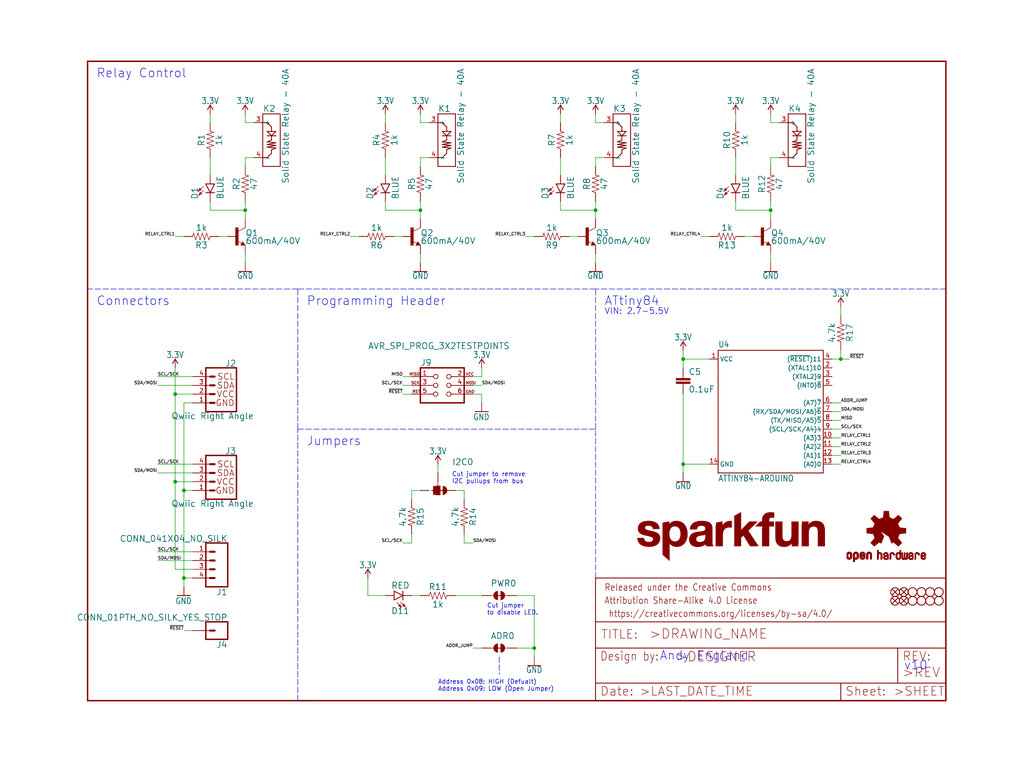
<source format=kicad_sch>
(kicad_sch (version 20211123) (generator eeschema)
  (paper "User" 297.002 223.926)
  (lib_symbols
    (symbol "eagleSchem-eagle-import:0.1UF-0603-25V-(+80{slash}-20%)"
      (property "Reference" "C" (at 1.524 2.921 0))
      (property "Value" "0.1UF-0603-25V-(+80{slash}-20%)" (at 1.524 -2.159 0))
      (symbol "0.1UF-0603-25V-(+80{slash}-20%)_1_0"
        (pin passive line (at 0 5.08 270) (length 2.54) (name "1") (number "1"))
        (pin passive line (at 0 -2.54 90) (length 2.54) (name "2") (number "2"))
      )
    )
    (symbol "eagleSchem-eagle-import:1KOHM-0603-1{slash}10W-1%"
      (property "Reference" "R" (at 0 1.524 0))
      (property "Value" "1KOHM-0603-1{slash}10W-1%" (at 0 -1.524 0))
      (symbol "1KOHM-0603-1{slash}10W-1%_1_0"
        (pin passive line (at -5.08 0 0) (length 2.54) (name "1") (number "1"))
        (pin passive line (at 5.08 0 180) (length 2.54) (name "2") (number "2"))
      )
    )
    (symbol "eagleSchem-eagle-import:3.3V" (power)
      (property "Value" "3.3V" (at 0 2.794 0))
      (symbol "3.3V_1_0"
        (pin power_in line (at 0 0 90) (length 2.54) (name "3.3V") (number "1"))
      )
    )
    (symbol "eagleSchem-eagle-import:4.7KOHM-0603-1{slash}10W-1%"
      (property "Reference" "R" (at 0 1.524 0))
      (property "Value" "4.7KOHM-0603-1{slash}10W-1%" (at 0 -1.524 0))
      (symbol "4.7KOHM-0603-1{slash}10W-1%_1_0"
        (pin passive line (at -5.08 0 0) (length 2.54) (name "1") (number "1"))
        (pin passive line (at 5.08 0 180) (length 2.54) (name "2") (number "2"))
      )
    )
    (symbol "eagleSchem-eagle-import:47OHM-0603-1{slash}10W-1%"
      (property "Reference" "R" (at 0 1.524 0))
      (property "Value" "47OHM-0603-1{slash}10W-1%" (at 0 -1.524 0))
      (symbol "47OHM-0603-1{slash}10W-1%_1_0"
        (pin passive line (at -5.08 0 0) (length 2.54) (name "1") (number "1"))
        (pin passive line (at 5.08 0 180) (length 2.54) (name "2") (number "2"))
      )
    )
    (symbol "eagleSchem-eagle-import:ATTINY84-ARDUINO"
      (property "Reference" "U" (at -15.24 18.542 0))
      (property "Value" "ATTINY84-ARDUINO" (at -15.24 -20.32 0))
      (symbol "ATTINY84-ARDUINO_1_0"
        (pin bidirectional line (at -17.78 15.24 0) (length 2.54) (name "VCC") (number "1"))
        (pin bidirectional line (at 17.78 -7.62 180) (length 2.54) (name "(A3)3") (number "10"))
        (pin bidirectional line (at 17.78 -10.16 180) (length 2.54) (name "(A2)2") (number "11"))
        (pin bidirectional line (at 17.78 -12.7 180) (length 2.54) (name "(A1)1") (number "12"))
        (pin bidirectional line (at 17.78 -15.24 180) (length 2.54) (name "(A0)0") (number "13"))
        (pin bidirectional line (at -17.78 -15.24 0) (length 2.54) (name "GND") (number "14"))
        (pin bidirectional line (at 17.78 12.7 180) (length 2.54) (name "(XTAL1)10") (number "2"))
        (pin bidirectional line (at 17.78 10.16 180) (length 2.54) (name "(XTAL2)9") (number "3"))
        (pin bidirectional line (at 17.78 15.24 180) (length 2.54) (name "(~{RESET})11") (number "4"))
        (pin bidirectional line (at 17.78 7.62 180) (length 2.54) (name "(INT0)~{8}") (number "5"))
        (pin bidirectional line (at 17.78 2.54 180) (length 2.54) (name "(A7)~{7}") (number "6"))
        (pin bidirectional line (at 17.78 0 180) (length 2.54) (name "(RX/SDA/MOSI/A6)~{6}") (number "7"))
        (pin bidirectional line (at 17.78 -2.54 180) (length 2.54) (name "(TX/MISO/A5)~{5}") (number "8"))
        (pin bidirectional line (at 17.78 -5.08 180) (length 2.54) (name "(SCL/SCK/A4)4") (number "9"))
      )
    )
    (symbol "eagleSchem-eagle-import:AVR_SPI_PROG_3X2TESTPOINTS"
      (property "Reference" "J" (at -5.08 5.588 0))
      (property "Value" "AVR_SPI_PROG_3X2TESTPOINTS" (at -5.08 -7.366 0))
      (symbol "AVR_SPI_PROG_3X2TESTPOINTS_1_0"
        (text "GND" (at 8.001 -2.286 0) (effects (font (size 0.8128 0.8128)) (justify left bottom)))
        (text "MISO" (at -5.207 2.794 0) (effects (font (size 0.8128 0.8128)) (justify right bottom)))
        (text "MOSI" (at 8.001 0.254 0) (effects (font (size 0.8128 0.8128)) (justify left bottom)))
        (text "RST" (at -5.08 -2.286 0) (effects (font (size 0.8128 0.8128)) (justify right bottom)))
        (text "SCK" (at -5.207 0.254 0) (effects (font (size 0.8128 0.8128)) (justify right bottom)))
        (text "VCC" (at 8.001 2.794 0) (effects (font (size 0.8128 0.8128)) (justify left bottom)))
        (pin passive inverted (at -7.62 2.54 0) (length 7.62) (name "1") (number "1"))
        (pin passive inverted (at 10.16 2.54 180) (length 7.62) (name "2") (number "2"))
        (pin passive inverted (at -7.62 0 0) (length 7.62) (name "3") (number "3"))
        (pin passive inverted (at 10.16 0 180) (length 7.62) (name "4") (number "4"))
        (pin passive inverted (at -7.62 -2.54 0) (length 7.62) (name "5") (number "5"))
        (pin passive inverted (at 10.16 -2.54 180) (length 7.62) (name "6") (number "6"))
      )
    )
    (symbol "eagleSchem-eagle-import:CONN_01PTH_NO_SILK_YES_STOP"
      (property "Reference" "J" (at -2.54 3.048 0))
      (property "Value" "CONN_01PTH_NO_SILK_YES_STOP" (at -2.54 -4.826 0))
      (symbol "CONN_01PTH_NO_SILK_YES_STOP_1_0"
        (pin passive line (at 7.62 0 180) (length 5.08) (name "1") (number "1"))
      )
    )
    (symbol "eagleSchem-eagle-import:CONN_041X04_NO_SILK"
      (property "Reference" "J" (at -5.08 8.128 0))
      (property "Value" "CONN_041X04_NO_SILK" (at -5.08 -7.366 0))
      (symbol "CONN_041X04_NO_SILK_1_0"
        (pin passive line (at 5.08 -2.54 180) (length 5.08) (name "1") (number "1"))
        (pin passive line (at 5.08 0 180) (length 5.08) (name "2") (number "2"))
        (pin passive line (at 5.08 2.54 180) (length 5.08) (name "3") (number "3"))
        (pin passive line (at 5.08 5.08 180) (length 5.08) (name "4") (number "4"))
      )
    )
    (symbol "eagleSchem-eagle-import:FIDUCIAL1X2")
    (symbol "eagleSchem-eagle-import:FRAME-LETTER"
      (symbol "FRAME-LETTER_2_0"
        (text " https://creativecommons.org/licenses/by-sa/4.0/" (at 2.54 24.13 0) (effects (font (size 1.9304 1.6408)) (justify left bottom)))
        (text ">DESIGNER" (at 23.114 11.176 0) (effects (font (size 2.7432 2.7432)) (justify left bottom)))
        (text ">DRAWING_NAME" (at 15.494 17.78 0) (effects (font (size 2.7432 2.7432)) (justify left bottom)))
        (text ">LAST_DATE_TIME" (at 12.7 1.27 0) (effects (font (size 2.54 2.54)) (justify left bottom)))
        (text ">REV" (at 88.9 6.604 0) (effects (font (size 2.7432 2.7432)) (justify left bottom)))
        (text ">SHEET" (at 86.36 1.27 0) (effects (font (size 2.54 2.54)) (justify left bottom)))
        (text "Attribution Share-Alike 4.0 License" (at 2.54 27.94 0) (effects (font (size 1.9304 1.6408)) (justify left bottom)))
        (text "Date:" (at 1.27 1.27 0) (effects (font (size 2.54 2.54)) (justify left bottom)))
        (text "Design by:" (at 1.27 11.43 0) (effects (font (size 2.54 2.159)) (justify left bottom)))
        (text "Released under the Creative Commons" (at 2.54 31.75 0) (effects (font (size 1.9304 1.6408)) (justify left bottom)))
        (text "REV:" (at 88.9 11.43 0) (effects (font (size 2.54 2.54)) (justify left bottom)))
        (text "Sheet:" (at 72.39 1.27 0) (effects (font (size 2.54 2.54)) (justify left bottom)))
        (text "TITLE:" (at 1.524 17.78 0) (effects (font (size 2.54 2.54)) (justify left bottom)))
      )
    )
    (symbol "eagleSchem-eagle-import:GND" (power)
      (property "Value" "GND" (at 0 -0.254 0))
      (symbol "GND_1_0"
        (pin power_in line (at 0 2.54 270) (length 2.54) (name "GND") (number "1"))
      )
    )
    (symbol "eagleSchem-eagle-import:I2C_STANDARDQWIIC"
      (property "Reference" "J" (at -5.08 7.874 0))
      (property "Value" "I2C_STANDARDQWIIC" (at -5.08 -5.334 0))
      (symbol "I2C_STANDARDQWIIC_1_0"
        (text "GND" (at -4.572 -2.54 0) (effects (font (size 1.778 1.778)) (justify left)))
        (text "SCL" (at -4.572 5.08 0) (effects (font (size 1.778 1.778)) (justify left)))
        (text "SDA" (at -4.572 2.54 0) (effects (font (size 1.778 1.778)) (justify left)))
        (text "VCC" (at -4.572 0 0) (effects (font (size 1.778 1.778)) (justify left)))
        (pin power_in line (at 7.62 -2.54 180) (length 5.08) (name "1") (number "1"))
        (pin power_in line (at 7.62 0 180) (length 5.08) (name "2") (number "2"))
        (pin passive line (at 7.62 2.54 180) (length 5.08) (name "3") (number "3"))
        (pin passive line (at 7.62 5.08 180) (length 5.08) (name "4") (number "4"))
      )
    )
    (symbol "eagleSchem-eagle-import:JUMPER-SMT_2_NC_TRACE_SILK"
      (property "Reference" "JP" (at -2.54 2.54 0))
      (property "Value" "JUMPER-SMT_2_NC_TRACE_SILK" (at -2.54 -2.54 0))
      (symbol "JUMPER-SMT_2_NC_TRACE_SILK_1_0"
        (pin passive line (at -5.08 0 0) (length 2.54) (name "1") (number "1"))
        (pin passive line (at 5.08 0 180) (length 2.54) (name "2") (number "2"))
      )
    )
    (symbol "eagleSchem-eagle-import:JUMPER-SMT_3_2-NC_TRACE_SILK"
      (property "Reference" "JP" (at 2.54 0.381 0))
      (property "Value" "JUMPER-SMT_3_2-NC_TRACE_SILK" (at 2.54 -0.381 0))
      (symbol "JUMPER-SMT_3_2-NC_TRACE_SILK_1_0"
        (pin passive line (at 0 5.08 270) (length 2.54) (name "1") (number "1"))
        (pin passive line (at -5.08 0 0) (length 2.54) (name "2") (number "2"))
        (pin passive line (at 0 -5.08 90) (length 2.54) (name "3") (number "3"))
      )
    )
    (symbol "eagleSchem-eagle-import:LED-BLUE0603"
      (property "Reference" "D" (at -3.429 -4.572 90))
      (property "Value" "LED-BLUE0603" (at 1.905 -4.572 90))
      (symbol "LED-BLUE0603_1_0"
        (pin passive line (at 0 2.54 270) (length 2.54) (name "A") (number "A"))
        (pin passive line (at 0 -5.08 90) (length 2.54) (name "C") (number "C"))
      )
    )
    (symbol "eagleSchem-eagle-import:LED-RED0603"
      (property "Reference" "D" (at -3.429 -4.572 90))
      (property "Value" "LED-RED0603" (at 1.905 -4.572 90))
      (symbol "LED-RED0603_1_0"
        (pin passive line (at 0 2.54 270) (length 2.54) (name "A") (number "A"))
        (pin passive line (at 0 -5.08 90) (length 2.54) (name "C") (number "C"))
      )
    )
    (symbol "eagleSchem-eagle-import:OSHW-LOGOS")
    (symbol "eagleSchem-eagle-import:SFE_LOGO_NAME1_INCH")
    (symbol "eagleSchem-eagle-import:SOLID_STATE_RELAY_SSR-40DA-H"
      (property "Reference" "K" (at -2.54 10.668 0))
      (property "Value" "SOLID_STATE_RELAY_SSR-40DA-H" (at -2.54 -7.62 0))
      (symbol "SOLID_STATE_RELAY_SSR-40DA-H_1_0"
        (pin bidirectional line (at -5.08 7.62 0) (length 2.54) (name "+") (number "3"))
        (pin bidirectional line (at -5.08 -2.54 0) (length 2.54) (name "-") (number "4"))
      )
    )
    (symbol "eagleSchem-eagle-import:STAND-OFF")
    (symbol "eagleSchem-eagle-import:TRANS_NPN-MMBT2222AL"
      (property "Reference" "Q" (at 2.54 0 0))
      (property "Value" "TRANS_NPN-MMBT2222AL" (at 2.54 -2.286 0))
      (symbol "TRANS_NPN-MMBT2222AL_1_0"
        (pin passive line (at -2.54 0 0) (length 2.54) (name "B") (number "1"))
        (pin passive line (at 2.54 -5.08 90) (length 2.54) (name "E") (number "2"))
        (pin passive line (at 2.54 5.08 270) (length 2.54) (name "C") (number "3"))
      )
    )
  )
  (junction (at 243.84 104.14))
  (junction (at 53.34 167.64))
  (junction (at 71.12 60.96))
  (junction (at 154.94 187.96))
  (junction (at 50.8 114.3))
  (junction (at 172.72 60.96))
  (junction (at 198.12 134.62))
  (junction (at 50.8 139.7))
  (junction (at 53.34 142.24))
  (junction (at 223.52 60.96))
  (junction (at 121.92 60.96))
  (junction (at 198.12 104.14))
  (wire (pts (xy 213.36 60.96) (xy 223.52 60.96)))
  (wire (pts (xy 55.88 109.22) (xy 45.72 109.22)))
  (wire (pts (xy 241.3 104.14) (xy 243.84 104.14)))
  (wire (pts (xy 71.12 60.96) (xy 71.12 63.5)))
  (wire (pts (xy 119.38 114.3) (xy 116.84 114.3)))
  (polyline (pts (xy 172.72 124.46) (xy 172.72 83.82)))
  (wire (pts (xy 134.62 154.94) (xy 134.62 157.48)))
  (wire (pts (xy 172.72 35.56) (xy 175.26 35.56)))
  (wire (pts (xy 63.5 68.58) (xy 66.04 68.58)))
  (wire (pts (xy 60.96 45.72) (xy 60.96 50.8)))
  (polyline (pts (xy 86.36 203.2) (xy 86.36 124.46)))
  (wire (pts (xy 139.7 187.96) (xy 137.16 187.96)))
  (wire (pts (xy 53.34 142.24) (xy 53.34 167.64)))
  (wire (pts (xy 71.12 48.26) (xy 71.12 45.72)))
  (wire (pts (xy 119.38 154.94) (xy 119.38 157.48)))
  (wire (pts (xy 213.36 35.56) (xy 213.36 33.02)))
  (wire (pts (xy 154.94 172.72) (xy 154.94 187.96)))
  (wire (pts (xy 71.12 35.56) (xy 73.66 35.56)))
  (wire (pts (xy 241.3 124.46) (xy 243.84 124.46)))
  (wire (pts (xy 119.38 144.78) (xy 119.38 142.24)))
  (wire (pts (xy 50.8 139.7) (xy 50.8 114.3)))
  (wire (pts (xy 205.74 104.14) (xy 198.12 104.14)))
  (wire (pts (xy 60.96 35.56) (xy 60.96 33.02)))
  (wire (pts (xy 119.38 172.72) (xy 121.92 172.72)))
  (wire (pts (xy 111.76 45.72) (xy 111.76 50.8)))
  (wire (pts (xy 139.7 116.84) (xy 139.7 114.3)))
  (wire (pts (xy 154.94 68.58) (xy 152.4 68.58)))
  (wire (pts (xy 55.88 162.56) (xy 45.72 162.56)))
  (wire (pts (xy 243.84 101.6) (xy 243.84 104.14)))
  (wire (pts (xy 223.52 76.2) (xy 223.52 73.66)))
  (wire (pts (xy 162.56 45.72) (xy 162.56 50.8)))
  (wire (pts (xy 127 134.62) (xy 127 137.16)))
  (wire (pts (xy 205.74 68.58) (xy 203.2 68.58)))
  (wire (pts (xy 213.36 45.72) (xy 213.36 50.8)))
  (wire (pts (xy 137.16 109.22) (xy 139.7 109.22)))
  (wire (pts (xy 139.7 109.22) (xy 139.7 106.68)))
  (wire (pts (xy 73.66 45.72) (xy 71.12 45.72)))
  (wire (pts (xy 55.88 160.02) (xy 45.72 160.02)))
  (wire (pts (xy 198.12 134.62) (xy 198.12 137.16)))
  (wire (pts (xy 132.08 142.24) (xy 134.62 142.24)))
  (wire (pts (xy 121.92 60.96) (xy 121.92 63.5)))
  (wire (pts (xy 137.16 111.76) (xy 139.7 111.76)))
  (wire (pts (xy 162.56 60.96) (xy 172.72 60.96)))
  (wire (pts (xy 134.62 142.24) (xy 134.62 144.78)))
  (wire (pts (xy 139.7 172.72) (xy 132.08 172.72)))
  (wire (pts (xy 71.12 58.42) (xy 71.12 60.96)))
  (wire (pts (xy 111.76 35.56) (xy 111.76 33.02)))
  (wire (pts (xy 223.52 48.26) (xy 223.52 45.72)))
  (wire (pts (xy 121.92 48.26) (xy 121.92 45.72)))
  (wire (pts (xy 55.88 134.62) (xy 45.72 134.62)))
  (wire (pts (xy 137.16 114.3) (xy 139.7 114.3)))
  (wire (pts (xy 172.72 76.2) (xy 172.72 73.66)))
  (wire (pts (xy 50.8 106.68) (xy 50.8 114.3)))
  (wire (pts (xy 55.88 142.24) (xy 53.34 142.24)))
  (wire (pts (xy 172.72 35.56) (xy 172.72 33.02)))
  (wire (pts (xy 175.26 45.72) (xy 172.72 45.72)))
  (wire (pts (xy 50.8 114.3) (xy 55.88 114.3)))
  (wire (pts (xy 55.88 139.7) (xy 50.8 139.7)))
  (wire (pts (xy 243.84 104.14) (xy 246.38 104.14)))
  (wire (pts (xy 111.76 58.42) (xy 111.76 60.96)))
  (wire (pts (xy 198.12 101.6) (xy 198.12 104.14)))
  (wire (pts (xy 53.34 116.84) (xy 53.34 142.24)))
  (wire (pts (xy 71.12 76.2) (xy 71.12 73.66)))
  (wire (pts (xy 119.38 157.48) (xy 116.84 157.48)))
  (polyline (pts (xy 144.78 190.5) (xy 144.78 195.58)))
  (wire (pts (xy 223.52 35.56) (xy 223.52 33.02)))
  (wire (pts (xy 241.3 116.84) (xy 243.84 116.84)))
  (wire (pts (xy 121.92 35.56) (xy 124.46 35.56)))
  (wire (pts (xy 223.52 35.56) (xy 226.06 35.56)))
  (wire (pts (xy 198.12 104.14) (xy 198.12 106.68)))
  (wire (pts (xy 241.3 127) (xy 243.84 127)))
  (wire (pts (xy 154.94 187.96) (xy 154.94 190.5)))
  (polyline (pts (xy 88.9 203.2) (xy 86.36 203.2)))
  (wire (pts (xy 172.72 48.26) (xy 172.72 45.72)))
  (polyline (pts (xy 86.36 124.46) (xy 172.72 124.46)))
  (wire (pts (xy 53.34 68.58) (xy 50.8 68.58)))
  (wire (pts (xy 50.8 165.1) (xy 50.8 139.7)))
  (wire (pts (xy 149.86 172.72) (xy 154.94 172.72)))
  (wire (pts (xy 223.52 60.96) (xy 223.52 63.5)))
  (wire (pts (xy 205.74 134.62) (xy 198.12 134.62)))
  (polyline (pts (xy 86.36 83.82) (xy 25.4 83.82)))
  (wire (pts (xy 241.3 121.92) (xy 243.84 121.92)))
  (wire (pts (xy 223.52 58.42) (xy 223.52 60.96)))
  (wire (pts (xy 241.3 134.62) (xy 243.84 134.62)))
  (wire (pts (xy 104.14 68.58) (xy 101.6 68.58)))
  (polyline (pts (xy 86.36 124.46) (xy 86.36 83.82)))
  (wire (pts (xy 55.88 116.84) (xy 53.34 116.84)))
  (wire (pts (xy 243.84 88.9) (xy 243.84 91.44)))
  (wire (pts (xy 213.36 58.42) (xy 213.36 60.96)))
  (wire (pts (xy 162.56 58.42) (xy 162.56 60.96)))
  (wire (pts (xy 241.3 119.38) (xy 243.84 119.38)))
  (wire (pts (xy 55.88 111.76) (xy 45.72 111.76)))
  (wire (pts (xy 241.3 129.54) (xy 243.84 129.54)))
  (wire (pts (xy 106.68 167.64) (xy 106.68 172.72)))
  (wire (pts (xy 121.92 58.42) (xy 121.92 60.96)))
  (wire (pts (xy 215.9 68.58) (xy 218.44 68.58)))
  (wire (pts (xy 172.72 60.96) (xy 172.72 63.5)))
  (wire (pts (xy 114.3 68.58) (xy 116.84 68.58)))
  (wire (pts (xy 60.96 58.42) (xy 60.96 60.96)))
  (wire (pts (xy 198.12 134.62) (xy 198.12 114.3)))
  (wire (pts (xy 162.56 35.56) (xy 162.56 33.02)))
  (wire (pts (xy 134.62 157.48) (xy 137.16 157.48)))
  (polyline (pts (xy 172.72 167.64) (xy 172.72 124.46)))
  (wire (pts (xy 165.1 68.58) (xy 167.64 68.58)))
  (wire (pts (xy 60.96 60.96) (xy 71.12 60.96)))
  (wire (pts (xy 55.88 137.16) (xy 45.72 137.16)))
  (wire (pts (xy 111.76 60.96) (xy 121.92 60.96)))
  (wire (pts (xy 124.46 45.72) (xy 121.92 45.72)))
  (wire (pts (xy 241.3 132.08) (xy 243.84 132.08)))
  (wire (pts (xy 53.34 170.18) (xy 53.34 167.64)))
  (wire (pts (xy 119.38 111.76) (xy 116.84 111.76)))
  (wire (pts (xy 119.38 142.24) (xy 121.92 142.24)))
  (polyline (pts (xy 274.32 83.82) (xy 172.72 83.82)))
  (wire (pts (xy 55.88 182.88) (xy 53.34 182.88)))
  (wire (pts (xy 55.88 165.1) (xy 50.8 165.1)))
  (wire (pts (xy 55.88 167.64) (xy 53.34 167.64)))
  (wire (pts (xy 71.12 35.56) (xy 71.12 33.02)))
  (wire (pts (xy 106.68 172.72) (xy 111.76 172.72)))
  (wire (pts (xy 119.38 109.22) (xy 116.84 109.22)))
  (wire (pts (xy 226.06 45.72) (xy 223.52 45.72)))
  (wire (pts (xy 121.92 35.56) (xy 121.92 33.02)))
  (wire (pts (xy 172.72 58.42) (xy 172.72 60.96)))
  (wire (pts (xy 121.92 76.2) (xy 121.92 73.66)))
  (polyline (pts (xy 172.72 83.82) (xy 86.36 83.82)))
  (wire (pts (xy 149.86 187.96) (xy 154.94 187.96)))
  (text "Address 0x08: HIGH (Defualt)\nAddress 0x09: LOW (Open Jumper)" (at 127 200.66 0) (effects (font (size 1.27 1.27)) (justify left bottom)))
  (text "Connectors" (at 27.94 88.9 180) (effects (font (size 2.54 2.54)) (justify left bottom)))
  (text "v10" (at 262.128 194.564 180) (effects (font (size 2.54 2.54)) (justify left bottom)))
  (text "ATtiny84" (at 175.26 88.9 180) (effects (font (size 2.54 2.54)) (justify left bottom)))
  (text "VIN: 2.7-5.5V" (at 175.26 91.44 180) (effects (font (size 1.778 1.778)) (justify left bottom)))
  (text "Cut jumper to remove\nI2C pullups from bus" (at 131.064 140.462 180) (effects (font (size 1.27 1.27)) (justify left bottom)))
  (text "Programming Header" (at 88.9 88.9 180) (effects (font (size 2.54 2.54)) (justify left bottom)))
  (text "Andy England" (at 191.262 191.77 180) (effects (font (size 2.54 2.54)) (justify left bottom)))
  (text "Cut jumper\nto disable LED." (at 141.224 178.562 180) (effects (font (size 1.27 1.27)) (justify left bottom)))
  (text "Relay Control" (at 27.94 22.86 180) (effects (font (size 2.54 2.54)) (justify left bottom)))
  (text "Jumpers" (at 88.9 129.54 180) (effects (font (size 2.54 2.54)) (justify left bottom)))
  (label "RELAY_CTRL3" (at 243.84 132.08 0) (effects (font (size 0.889 0.889))))
  (label "RELAY_CTRL2" (at 101.6 68.58 180) (effects (font (size 0.889 0.889))))
  (label "~{RESET}" (at 53.34 182.88 180) (effects (font (size 0.889 0.889))))
  (label "SDA/MOSI" (at 45.72 162.56 0) (effects (font (size 0.889 0.889))))
  (label "SCL/SCK" (at 45.72 134.62 0) (effects (font (size 0.889 0.889))))
  (label "~{RESET}" (at 116.84 114.3 180) (effects (font (size 0.889 0.889))))
  (label "SCL/SCK" (at 243.84 124.46 0) (effects (font (size 0.889 0.889))))
  (label "RELAY_CTRL4" (at 203.2 68.58 180) (effects (font (size 0.889 0.889))))
  (label "SDA/MOSI" (at 139.7 111.76 0) (effects (font (size 0.889 0.889))))
  (label "~{RESET}" (at 246.38 104.14 0) (effects (font (size 0.889 0.889))))
  (label "SDA/MOSI" (at 45.72 137.16 180) (effects (font (size 0.889 0.889))))
  (label "MISO" (at 116.84 109.22 180) (effects (font (size 0.889 0.889))))
  (label "SCL/SCK" (at 45.72 160.02 0) (effects (font (size 0.889 0.889))))
  (label "RELAY_CTRL4" (at 243.84 134.62 0) (effects (font (size 0.889 0.889))))
  (label "SCL/SCK" (at 116.84 157.48 180) (effects (font (size 0.889 0.889))))
  (label "SDA/MOSI" (at 137.16 157.48 0) (effects (font (size 0.889 0.889))))
  (label "SDA/MOSI" (at 243.84 119.38 0) (effects (font (size 0.889 0.889))))
  (label "SCL/SCK" (at 45.72 109.22 0) (effects (font (size 0.889 0.889))))
  (label "SDA/MOSI" (at 45.72 111.76 180) (effects (font (size 0.889 0.889))))
  (label "ADDR_JUMP" (at 243.84 116.84 0) (effects (font (size 0.889 0.889))))
  (label "ADDR_JUMP" (at 137.16 187.96 180) (effects (font (size 0.889 0.889))))
  (label "SCL/SCK" (at 116.84 111.76 180) (effects (font (size 0.889 0.889))))
  (label "MISO" (at 243.84 121.92 0) (effects (font (size 0.889 0.889))))
  (label "RELAY_CTRL3" (at 152.4 68.58 180) (effects (font (size 0.889 0.889))))
  (label "RELAY_CTRL1" (at 50.8 68.58 180) (effects (font (size 0.889 0.889))))
  (label "RELAY_CTRL2" (at 243.84 129.54 0) (effects (font (size 0.889 0.889))))
  (label "RELAY_CTRL1" (at 243.84 127 0) (effects (font (size 0.889 0.889))))
  (symbol (lib_id "eagleSchem-eagle-import:FIDUCIAL1X2") (at 259.588 174.244 0) (unit 1)
    (property "Reference" "FD2" (effects hide))
    (property "Value" "FIDUCIAL1X2" (effects hide))
    (property "Footprint" "eagleSchem:FIDUCIAL-1X2" (effects hide))
  )
  (symbol (lib_id "eagleSchem-eagle-import:SOLID_STATE_RELAY_SSR-40DA-H") (at 78.74 43.18 0) (unit 1)
    (property "Reference" "K2" (at 76.2 32.512 0) (effects (font (size 1.778 1.778)) (justify left bottom)))
    (property "Value" "Solid State Relay - 40A" (at 83.82 53.34 90) (effects (font (size 1.778 1.778)) (justify left bottom)))
    (property "Footprint" "eagleSchem:SSR-40DA-H" (effects hide))
  )
  (symbol (lib_id "eagleSchem-eagle-import:3.3V") (at 121.92 33.02 0) (unit 1)
    (property "Reference" "#SUPPLY7" (effects hide))
    (property "Value" "3.3V" (at 121.92 30.226 0) (effects (font (size 1.778 1.5113)) (justify bottom)))
    (property "Footprint" "eagleSchem:" (effects hide))
  )
  (symbol (lib_id "eagleSchem-eagle-import:FRAME-LETTER") (at 172.72 203.2 0) (unit 2)
    (property "Reference" "FRAME1" (effects hide))
    (property "Value" "FRAME-LETTER" (effects hide))
    (property "Footprint" "eagleSchem:CREATIVE_COMMONS" (effects hide))
  )
  (symbol (lib_id "eagleSchem-eagle-import:I2C_STANDARDQWIIC") (at 63.5 114.3 0) (mirror y) (unit 1)
    (property "Reference" "J2" (at 68.58 106.426 0) (effects (font (size 1.778 1.778)) (justify left bottom)))
    (property "Value" "Qwiic Right Angle" (at 73.66 119.634 0) (effects (font (size 1.778 1.778)) (justify left top)))
    (property "Footprint" "eagleSchem:JST04_1MM_RA" (effects hide))
  )
  (symbol (lib_id "eagleSchem-eagle-import:LED-BLUE0603") (at 162.56 53.34 0) (unit 1)
    (property "Reference" "D3" (at 159.131 57.912 90) (effects (font (size 1.778 1.778)) (justify left bottom)))
    (property "Value" "BLUE" (at 164.465 57.912 90) (effects (font (size 1.778 1.778)) (justify left top)))
    (property "Footprint" "eagleSchem:LED-0603" (effects hide))
  )
  (symbol (lib_id "eagleSchem-eagle-import:TRANS_NPN-MMBT2222AL") (at 170.18 68.58 0) (unit 1)
    (property "Reference" "Q3" (at 172.72 68.58 0) (effects (font (size 1.778 1.778)) (justify left bottom)))
    (property "Value" "600mA/40V" (at 172.72 70.866 0) (effects (font (size 1.778 1.778)) (justify left bottom)))
    (property "Footprint" "eagleSchem:SOT23-3" (effects hide))
  )
  (symbol (lib_id "eagleSchem-eagle-import:STAND-OFF") (at 269.748 174.244 0) (unit 1)
    (property "Reference" "JP2" (effects hide))
    (property "Value" "STAND-OFF" (effects hide))
    (property "Footprint" "eagleSchem:STAND-OFF" (effects hide))
  )
  (symbol (lib_id "eagleSchem-eagle-import:47OHM-0603-1{slash}10W-1%") (at 172.72 53.34 90) (unit 1)
    (property "Reference" "R8" (at 171.196 53.34 0) (effects (font (size 1.778 1.778)) (justify bottom)))
    (property "Value" "47" (at 174.244 53.34 0) (effects (font (size 1.778 1.778)) (justify top)))
    (property "Footprint" "eagleSchem:0603" (effects hide))
  )
  (symbol (lib_id "eagleSchem-eagle-import:SOLID_STATE_RELAY_SSR-40DA-H") (at 180.34 43.18 0) (unit 1)
    (property "Reference" "K3" (at 177.8 32.512 0) (effects (font (size 1.778 1.778)) (justify left bottom)))
    (property "Value" "Solid State Relay - 40A" (at 185.42 53.34 90) (effects (font (size 1.778 1.778)) (justify left bottom)))
    (property "Footprint" "eagleSchem:SSR-40DA-H" (effects hide))
  )
  (symbol (lib_id "eagleSchem-eagle-import:3.3V") (at 139.7 106.68 0) (unit 1)
    (property "Reference" "#SUPPLY17" (effects hide))
    (property "Value" "3.3V" (at 139.7 103.886 0) (effects (font (size 1.778 1.5113)) (justify bottom)))
    (property "Footprint" "eagleSchem:" (effects hide))
  )
  (symbol (lib_id "eagleSchem-eagle-import:GND") (at 154.94 193.04 0) (unit 1)
    (property "Reference" "#GND18" (effects hide))
    (property "Value" "GND" (at 154.94 193.294 0) (effects (font (size 1.778 1.5113)) (justify top)))
    (property "Footprint" "eagleSchem:" (effects hide))
  )
  (symbol (lib_id "eagleSchem-eagle-import:1KOHM-0603-1{slash}10W-1%") (at 162.56 40.64 90) (unit 1)
    (property "Reference" "R7" (at 161.036 40.64 0) (effects (font (size 1.778 1.778)) (justify bottom)))
    (property "Value" "1k" (at 164.084 40.64 0) (effects (font (size 1.778 1.778)) (justify top)))
    (property "Footprint" "eagleSchem:0603" (effects hide))
  )
  (symbol (lib_id "eagleSchem-eagle-import:4.7KOHM-0603-1{slash}10W-1%") (at 119.38 149.86 270) (unit 1)
    (property "Reference" "R15" (at 120.904 149.86 0) (effects (font (size 1.778 1.778)) (justify bottom)))
    (property "Value" "4.7k" (at 117.856 149.86 0) (effects (font (size 1.778 1.778)) (justify top)))
    (property "Footprint" "eagleSchem:0603" (effects hide))
  )
  (symbol (lib_id "eagleSchem-eagle-import:SFE_LOGO_NAME1_INCH") (at 182.88 162.56 0) (unit 1)
    (property "Reference" "LOGO1" (effects hide))
    (property "Value" "SFE_LOGO_NAME1_INCH" (effects hide))
    (property "Footprint" "eagleSchem:SFE_LOGO_NAME_1" (effects hide))
  )
  (symbol (lib_id "eagleSchem-eagle-import:47OHM-0603-1{slash}10W-1%") (at 223.52 53.34 90) (unit 1)
    (property "Reference" "R12" (at 221.996 53.34 0) (effects (font (size 1.778 1.778)) (justify bottom)))
    (property "Value" "47" (at 225.044 53.34 0) (effects (font (size 1.778 1.778)) (justify top)))
    (property "Footprint" "eagleSchem:0603" (effects hide))
  )
  (symbol (lib_id "eagleSchem-eagle-import:1KOHM-0603-1{slash}10W-1%") (at 58.42 68.58 180) (unit 1)
    (property "Reference" "R3" (at 58.42 70.104 0) (effects (font (size 1.778 1.778)) (justify bottom)))
    (property "Value" "1k" (at 58.42 67.056 0) (effects (font (size 1.778 1.778)) (justify top)))
    (property "Footprint" "eagleSchem:0603" (effects hide))
  )
  (symbol (lib_id "eagleSchem-eagle-import:3.3V") (at 50.8 106.68 0) (unit 1)
    (property "Reference" "#SUPPLY6" (effects hide))
    (property "Value" "3.3V" (at 50.8 103.886 0) (effects (font (size 1.778 1.5113)) (justify bottom)))
    (property "Footprint" "eagleSchem:" (effects hide))
  )
  (symbol (lib_id "eagleSchem-eagle-import:4.7KOHM-0603-1{slash}10W-1%") (at 243.84 96.52 270) (unit 1)
    (property "Reference" "R17" (at 245.364 96.52 0) (effects (font (size 1.778 1.778)) (justify bottom)))
    (property "Value" "4.7k" (at 242.316 96.52 0) (effects (font (size 1.778 1.778)) (justify top)))
    (property "Footprint" "eagleSchem:0603" (effects hide))
  )
  (symbol (lib_id "eagleSchem-eagle-import:SOLID_STATE_RELAY_SSR-40DA-H") (at 129.54 43.18 0) (unit 1)
    (property "Reference" "K1" (at 127 32.512 0) (effects (font (size 1.778 1.778)) (justify left bottom)))
    (property "Value" "Solid State Relay - 40A" (at 134.62 53.34 90) (effects (font (size 1.778 1.778)) (justify left bottom)))
    (property "Footprint" "eagleSchem:SSR-40DA-H" (effects hide))
  )
  (symbol (lib_id "eagleSchem-eagle-import:GND") (at 223.52 78.74 0) (unit 1)
    (property "Reference" "#GND5" (effects hide))
    (property "Value" "GND" (at 223.52 78.994 0) (effects (font (size 1.778 1.5113)) (justify top)))
    (property "Footprint" "eagleSchem:" (effects hide))
  )
  (symbol (lib_id "eagleSchem-eagle-import:1KOHM-0603-1{slash}10W-1%") (at 60.96 40.64 90) (unit 1)
    (property "Reference" "R1" (at 59.436 40.64 0) (effects (font (size 1.778 1.778)) (justify bottom)))
    (property "Value" "1k" (at 62.484 40.64 0) (effects (font (size 1.778 1.778)) (justify top)))
    (property "Footprint" "eagleSchem:0603" (effects hide))
  )
  (symbol (lib_id "eagleSchem-eagle-import:STAND-OFF") (at 264.668 174.244 0) (unit 1)
    (property "Reference" "JP5" (effects hide))
    (property "Value" "STAND-OFF" (effects hide))
    (property "Footprint" "eagleSchem:STAND-OFF" (effects hide))
  )
  (symbol (lib_id "eagleSchem-eagle-import:3.3V") (at 243.84 88.9 0) (unit 1)
    (property "Reference" "#SUPPLY1" (effects hide))
    (property "Value" "3.3V" (at 243.84 86.106 0) (effects (font (size 1.778 1.5113)) (justify bottom)))
    (property "Footprint" "eagleSchem:" (effects hide))
  )
  (symbol (lib_id "eagleSchem-eagle-import:STAND-OFF") (at 267.208 174.244 0) (unit 1)
    (property "Reference" "JP7" (effects hide))
    (property "Value" "STAND-OFF" (effects hide))
    (property "Footprint" "eagleSchem:STAND-OFF" (effects hide))
  )
  (symbol (lib_id "eagleSchem-eagle-import:3.3V") (at 198.12 101.6 0) (unit 1)
    (property "Reference" "#SUPPLY5" (effects hide))
    (property "Value" "3.3V" (at 198.12 98.806 0) (effects (font (size 1.778 1.5113)) (justify bottom)))
    (property "Footprint" "eagleSchem:" (effects hide))
  )
  (symbol (lib_id "eagleSchem-eagle-import:3.3V") (at 172.72 33.02 0) (unit 1)
    (property "Reference" "#SUPPLY9" (effects hide))
    (property "Value" "3.3V" (at 172.72 30.226 0) (effects (font (size 1.778 1.5113)) (justify bottom)))
    (property "Footprint" "eagleSchem:" (effects hide))
  )
  (symbol (lib_id "eagleSchem-eagle-import:3.3V") (at 213.36 33.02 0) (unit 1)
    (property "Reference" "#SUPPLY12" (effects hide))
    (property "Value" "3.3V" (at 213.36 30.226 0) (effects (font (size 1.778 1.5113)) (justify bottom)))
    (property "Footprint" "eagleSchem:" (effects hide))
  )
  (symbol (lib_id "eagleSchem-eagle-import:3.3V") (at 223.52 33.02 0) (unit 1)
    (property "Reference" "#SUPPLY11" (effects hide))
    (property "Value" "3.3V" (at 223.52 30.226 0) (effects (font (size 1.778 1.5113)) (justify bottom)))
    (property "Footprint" "eagleSchem:" (effects hide))
  )
  (symbol (lib_id "eagleSchem-eagle-import:CONN_041X04_NO_SILK") (at 60.96 162.56 180) (unit 1)
    (property "Reference" "J1" (at 66.04 170.688 0) (effects (font (size 1.778 1.778)) (justify left bottom)))
    (property "Value" "CONN_041X04_NO_SILK" (at 66.04 155.194 0) (effects (font (size 1.778 1.778)) (justify left bottom)))
    (property "Footprint" "eagleSchem:1X04_NO_SILK" (effects hide))
  )
  (symbol (lib_id "eagleSchem-eagle-import:GND") (at 198.12 139.7 0) (unit 1)
    (property "Reference" "#GND3" (effects hide))
    (property "Value" "GND" (at 198.12 139.954 0) (effects (font (size 1.778 1.5113)) (justify top)))
    (property "Footprint" "eagleSchem:" (effects hide))
  )
  (symbol (lib_id "eagleSchem-eagle-import:JUMPER-SMT_3_2-NC_TRACE_SILK") (at 127 142.24 270) (unit 1)
    (property "Reference" "I2C0" (at 131.064 135.001 90) (effects (font (size 1.778 1.778)) (justify left bottom)))
    (property "Value" "JUMPER-SMT_3_2-NC_TRACE_SILK" (effects hide))
    (property "Footprint" "eagleSchem:SMT-JUMPER_3_2-NC_TRACE_SILK" (effects hide))
  )
  (symbol (lib_id "eagleSchem-eagle-import:FIDUCIAL1X2") (at 259.588 171.704 0) (unit 1)
    (property "Reference" "FD1" (effects hide))
    (property "Value" "FIDUCIAL1X2" (effects hide))
    (property "Footprint" "eagleSchem:FIDUCIAL-1X2" (effects hide))
  )
  (symbol (lib_id "eagleSchem-eagle-import:GND") (at 139.7 119.38 0) (unit 1)
    (property "Reference" "#GND7" (effects hide))
    (property "Value" "GND" (at 137.16 121.92 0) (effects (font (size 1.778 1.5113)) (justify left bottom)))
    (property "Footprint" "eagleSchem:" (effects hide))
  )
  (symbol (lib_id "eagleSchem-eagle-import:AVR_SPI_PROG_3X2TESTPOINTS") (at 127 111.76 0) (unit 1)
    (property "Reference" "J9" (at 121.92 106.172 0) (effects (font (size 1.778 1.778)) (justify left bottom)))
    (property "Value" "AVR_SPI_PROG_3X2TESTPOINTS" (at 106.68 101.346 0) (effects (font (size 1.778 1.778)) (justify left bottom)))
    (property "Footprint" "eagleSchem:2X3_TEST_POINTS" (effects hide))
  )
  (symbol (lib_id "eagleSchem-eagle-import:SOLID_STATE_RELAY_SSR-40DA-H") (at 231.14 43.18 0) (unit 1)
    (property "Reference" "K4" (at 228.6 32.512 0) (effects (font (size 1.778 1.778)) (justify left bottom)))
    (property "Value" "Solid State Relay - 40A" (at 236.22 53.34 90) (effects (font (size 1.778 1.778)) (justify left bottom)))
    (property "Footprint" "eagleSchem:SSR-40DA-H" (effects hide))
  )
  (symbol (lib_id "eagleSchem-eagle-import:47OHM-0603-1{slash}10W-1%") (at 71.12 53.34 90) (unit 1)
    (property "Reference" "R2" (at 69.596 53.34 0) (effects (font (size 1.778 1.778)) (justify bottom)))
    (property "Value" "47" (at 72.644 53.34 0) (effects (font (size 1.778 1.778)) (justify top)))
    (property "Footprint" "eagleSchem:0603" (effects hide))
  )
  (symbol (lib_id "eagleSchem-eagle-import:LED-BLUE0603") (at 60.96 53.34 0) (unit 1)
    (property "Reference" "D1" (at 57.531 57.912 90) (effects (font (size 1.778 1.778)) (justify left bottom)))
    (property "Value" "BLUE" (at 62.865 57.912 90) (effects (font (size 1.778 1.778)) (justify left top)))
    (property "Footprint" "eagleSchem:LED-0603" (effects hide))
  )
  (symbol (lib_id "eagleSchem-eagle-import:GND") (at 172.72 78.74 0) (unit 1)
    (property "Reference" "#GND4" (effects hide))
    (property "Value" "GND" (at 172.72 78.994 0) (effects (font (size 1.778 1.5113)) (justify top)))
    (property "Footprint" "eagleSchem:" (effects hide))
  )
  (symbol (lib_id "eagleSchem-eagle-import:FIDUCIAL1X2") (at 262.128 171.704 0) (unit 1)
    (property "Reference" "FD3" (effects hide))
    (property "Value" "FIDUCIAL1X2" (effects hide))
    (property "Footprint" "eagleSchem:FIDUCIAL-1X2" (effects hide))
  )
  (symbol (lib_id "eagleSchem-eagle-import:OSHW-LOGOS") (at 257.048 153.924 0) (unit 1)
    (property "Reference" "LOGO2" (effects hide))
    (property "Value" "OSHW-LOGOS" (effects hide))
    (property "Footprint" "eagleSchem:OSHW-LOGO-S" (effects hide))
  )
  (symbol (lib_id "eagleSchem-eagle-import:47OHM-0603-1{slash}10W-1%") (at 121.92 53.34 90) (unit 1)
    (property "Reference" "R5" (at 120.396 53.34 0) (effects (font (size 1.778 1.778)) (justify bottom)))
    (property "Value" "47" (at 123.444 53.34 0) (effects (font (size 1.778 1.778)) (justify top)))
    (property "Footprint" "eagleSchem:0603" (effects hide))
  )
  (symbol (lib_id "eagleSchem-eagle-import:1KOHM-0603-1{slash}10W-1%") (at 210.82 68.58 180) (unit 1)
    (property "Reference" "R13" (at 210.82 70.104 0) (effects (font (size 1.778 1.778)) (justify bottom)))
    (property "Value" "1k" (at 210.82 67.056 0) (effects (font (size 1.778 1.778)) (justify top)))
    (property "Footprint" "eagleSchem:0603" (effects hide))
  )
  (symbol (lib_id "eagleSchem-eagle-import:0.1UF-0603-25V-(+80{slash}-20%)") (at 198.12 111.76 0) (unit 1)
    (property "Reference" "C5" (at 199.644 108.839 0) (effects (font (size 1.778 1.778)) (justify left bottom)))
    (property "Value" "0.1uF" (at 199.644 113.919 0) (effects (font (size 1.778 1.778)) (justify left bottom)))
    (property "Footprint" "eagleSchem:0603" (effects hide))
  )
  (symbol (lib_id "eagleSchem-eagle-import:4.7KOHM-0603-1{slash}10W-1%") (at 134.62 149.86 270) (unit 1)
    (property "Reference" "R14" (at 136.144 149.86 0) (effects (font (size 1.778 1.778)) (justify bottom)))
    (property "Value" "4.7k" (at 133.096 149.86 0) (effects (font (size 1.778 1.778)) (justify top)))
    (property "Footprint" "eagleSchem:0603" (effects hide))
  )
  (symbol (lib_id "eagleSchem-eagle-import:CONN_01PTH_NO_SILK_YES_STOP") (at 63.5 182.88 180) (unit 1)
    (property "Reference" "J4" (at 66.04 185.928 0) (effects (font (size 1.778 1.778)) (justify left bottom)))
    (property "Value" "CONN_01PTH_NO_SILK_YES_STOP" (at 66.04 178.054 0) (effects (font (size 1.778 1.778)) (justify left bottom)))
    (property "Footprint" "eagleSchem:1X01_NO_SILK" (effects hide))
  )
  (symbol (lib_id "eagleSchem-eagle-import:STAND-OFF") (at 264.668 171.704 0) (unit 1)
    (property "Reference" "JP4" (effects hide))
    (property "Value" "STAND-OFF" (effects hide))
    (property "Footprint" "eagleSchem:STAND-OFF" (effects hide))
  )
  (symbol (lib_id "eagleSchem-eagle-import:1KOHM-0603-1{slash}10W-1%") (at 213.36 40.64 90) (unit 1)
    (property "Reference" "R10" (at 211.836 40.64 0) (effects (font (size 1.778 1.778)) (justify bottom)))
    (property "Value" "1k" (at 214.884 40.64 0) (effects (font (size 1.778 1.778)) (justify top)))
    (property "Footprint" "eagleSchem:0603" (effects hide))
  )
  (symbol (lib_id "eagleSchem-eagle-import:1KOHM-0603-1{slash}10W-1%") (at 127 172.72 0) (unit 1)
    (property "Reference" "R11" (at 127 171.196 0) (effects (font (size 1.778 1.778)) (justify bottom)))
    (property "Value" "1k" (at 127 174.244 0) (effects (font (size 1.778 1.778)) (justify top)))
    (property "Footprint" "eagleSchem:0603" (effects hide))
  )
  (symbol (lib_id "eagleSchem-eagle-import:JUMPER-SMT_2_NC_TRACE_SILK") (at 144.78 187.96 0) (unit 1)
    (property "Reference" "ADR0" (at 142.24 185.42 0) (effects (font (size 1.778 1.778)) (justify left bottom)))
    (property "Value" "JUMPER-SMT_2_NC_TRACE_SILK" (effects hide))
    (property "Footprint" "eagleSchem:SMT-JUMPER_2_NC_TRACE_SILK" (effects hide))
  )
  (symbol (lib_id "eagleSchem-eagle-import:3.3V") (at 106.68 167.64 0) (unit 1)
    (property "Reference" "#SUPPLY2" (effects hide))
    (property "Value" "3.3V" (at 106.68 164.846 0) (effects (font (size 1.778 1.5113)) (justify bottom)))
    (property "Footprint" "eagleSchem:" (effects hide))
  )
  (symbol (lib_id "eagleSchem-eagle-import:STAND-OFF") (at 272.288 171.704 0) (unit 1)
    (property "Reference" "JP8" (effects hide))
    (property "Value" "STAND-OFF" (effects hide))
    (property "Footprint" "eagleSchem:STAND-OFF" (effects hide))
  )
  (symbol (lib_id "eagleSchem-eagle-import:GND") (at 121.92 78.74 0) (unit 1)
    (property "Reference" "#GND2" (effects hide))
    (property "Value" "GND" (at 121.92 78.994 0) (effects (font (size 1.778 1.5113)) (justify top)))
    (property "Footprint" "eagleSchem:" (effects hide))
  )
  (symbol (lib_id "eagleSchem-eagle-import:STAND-OFF") (at 267.208 171.704 0) (unit 1)
    (property "Reference" "JP6" (effects hide))
    (property "Value" "STAND-OFF" (effects hide))
    (property "Footprint" "eagleSchem:STAND-OFF" (effects hide))
  )
  (symbol (lib_id "eagleSchem-eagle-import:STAND-OFF") (at 272.288 174.244 0) (unit 1)
    (property "Reference" "JP3" (effects hide))
    (property "Value" "STAND-OFF" (effects hide))
    (property "Footprint" "eagleSchem:STAND-OFF" (effects hide))
  )
  (symbol (lib_id "eagleSchem-eagle-import:3.3V") (at 111.76 33.02 0) (unit 1)
    (property "Reference" "#SUPPLY8" (effects hide))
    (property "Value" "3.3V" (at 111.76 30.226 0) (effects (font (size 1.778 1.5113)) (justify bottom)))
    (property "Footprint" "eagleSchem:" (effects hide))
  )
  (symbol (lib_id "eagleSchem-eagle-import:I2C_STANDARDQWIIC") (at 63.5 139.7 0) (mirror y) (unit 1)
    (property "Reference" "J3" (at 68.58 131.826 0) (effects (font (size 1.778 1.778)) (justify left bottom)))
    (property "Value" "Qwiic Right Angle" (at 73.66 145.034 0) (effects (font (size 1.778 1.778)) (justify left top)))
    (property "Footprint" "eagleSchem:JST04_1MM_RA" (effects hide))
  )
  (symbol (lib_id "eagleSchem-eagle-import:GND") (at 53.34 172.72 0) (unit 1)
    (property "Reference" "#GND8" (effects hide))
    (property "Value" "GND" (at 50.8 175.26 0) (effects (font (size 1.778 1.5113)) (justify left bottom)))
    (property "Footprint" "eagleSchem:" (effects hide))
  )
  (symbol (lib_id "eagleSchem-eagle-import:JUMPER-SMT_2_NC_TRACE_SILK") (at 144.78 172.72 180) (unit 1)
    (property "Reference" "PWR0" (at 142.24 170.18 0) (effects (font (size 1.778 1.778)) (justify right top)))
    (property "Value" "JUMPER-SMT_2_NC_TRACE_SILK" (effects hide))
    (property "Footprint" "eagleSchem:SMT-JUMPER_2_NC_TRACE_SILK" (effects hide))
  )
  (symbol (lib_id "eagleSchem-eagle-import:1KOHM-0603-1{slash}10W-1%") (at 160.02 68.58 180) (unit 1)
    (property "Reference" "R9" (at 160.02 70.104 0) (effects (font (size 1.778 1.778)) (justify bottom)))
    (property "Value" "1k" (at 160.02 67.056 0) (effects (font (size 1.778 1.778)) (justify top)))
    (property "Footprint" "eagleSchem:0603" (effects hide))
  )
  (symbol (lib_id "eagleSchem-eagle-import:1KOHM-0603-1{slash}10W-1%") (at 111.76 40.64 90) (unit 1)
    (property "Reference" "R4" (at 110.236 40.64 0) (effects (font (size 1.778 1.778)) (justify bottom)))
    (property "Value" "1k" (at 113.284 40.64 0) (effects (font (size 1.778 1.778)) (justify top)))
    (property "Footprint" "eagleSchem:0603" (effects hide))
  )
  (symbol (lib_id "eagleSchem-eagle-import:TRANS_NPN-MMBT2222AL") (at 119.38 68.58 0) (unit 1)
    (property "Reference" "Q2" (at 121.92 68.58 0) (effects (font (size 1.778 1.778)) (justify left bottom)))
    (property "Value" "600mA/40V" (at 121.92 70.866 0) (effects (font (size 1.778 1.778)) (justify left bottom)))
    (property "Footprint" "eagleSchem:SOT23-3" (effects hide))
  )
  (symbol (lib_id "eagleSchem-eagle-import:FIDUCIAL1X2") (at 262.128 174.244 0) (unit 1)
    (property "Reference" "FD4" (effects hide))
    (property "Value" "FIDUCIAL1X2" (effects hide))
    (property "Footprint" "eagleSchem:FIDUCIAL-1X2" (effects hide))
  )
  (symbol (lib_id "eagleSchem-eagle-import:1KOHM-0603-1{slash}10W-1%") (at 109.22 68.58 180) (unit 1)
    (property "Reference" "R6" (at 109.22 70.104 0) (effects (font (size 1.778 1.778)) (justify bottom)))
    (property "Value" "1k" (at 109.22 67.056 0) (effects (font (size 1.778 1.778)) (justify top)))
    (property "Footprint" "eagleSchem:0603" (effects hide))
  )
  (symbol (lib_id "eagleSchem-eagle-import:TRANS_NPN-MMBT2222AL") (at 68.58 68.58 0) (unit 1)
    (property "Reference" "Q1" (at 71.12 68.58 0) (effects (font (size 1.778 1.778)) (justify left bottom)))
    (property "Value" "600mA/40V" (at 71.12 70.866 0) (effects (font (size 1.778 1.778)) (justify left bottom)))
    (property "Footprint" "eagleSchem:SOT23-3" (effects hide))
  )
  (symbol (lib_id "eagleSchem-eagle-import:3.3V") (at 71.12 33.02 0) (unit 1)
    (property "Reference" "#SUPPLY3" (effects hide))
    (property "Value" "3.3V" (at 71.12 30.226 0) (effects (font (size 1.778 1.5113)) (justify bottom)))
    (property "Footprint" "eagleSchem:" (effects hide))
  )
  (symbol (lib_id "eagleSchem-eagle-import:STAND-OFF") (at 269.748 171.704 0) (unit 1)
    (property "Reference" "JP1" (effects hide))
    (property "Value" "STAND-OFF" (effects hide))
    (property "Footprint" "eagleSchem:STAND-OFF" (effects hide))
  )
  (symbol (lib_id "eagleSchem-eagle-import:3.3V") (at 60.96 33.02 0) (unit 1)
    (property "Reference" "#SUPPLY4" (effects hide))
    (property "Value" "3.3V" (at 60.96 30.226 0) (effects (font (size 1.778 1.5113)) (justify bottom)))
    (property "Footprint" "eagleSchem:" (effects hide))
  )
  (symbol (lib_id "eagleSchem-eagle-import:TRANS_NPN-MMBT2222AL") (at 220.98 68.58 0) (unit 1)
    (property "Reference" "Q4" (at 223.52 68.58 0) (effects (font (size 1.778 1.778)) (justify left bottom)))
    (property "Value" "600mA/40V" (at 223.52 70.866 0) (effects (font (size 1.778 1.778)) (justify left bottom)))
    (property "Footprint" "eagleSchem:SOT23-3" (effects hide))
  )
  (symbol (lib_id "eagleSchem-eagle-import:GND") (at 71.12 78.74 0) (unit 1)
    (property "Reference" "#GND1" (effects hide))
    (property "Value" "GND" (at 71.12 78.994 0) (effects (font (size 1.778 1.5113)) (justify top)))
    (property "Footprint" "eagleSchem:" (effects hide))
  )
  (symbol (lib_id "eagleSchem-eagle-import:ATTINY84-ARDUINO") (at 223.52 119.38 0) (unit 1)
    (property "Reference" "U4" (at 208.28 100.838 0) (effects (font (size 1.778 1.5113)) (justify left bottom)))
    (property "Value" "ATTINY84-ARDUINO" (at 208.28 139.7 0) (effects (font (size 1.778 1.5113)) (justify left bottom)))
    (property "Footprint" "eagleSchem:SO14" (effects hide))
  )
  (symbol (lib_id "eagleSchem-eagle-import:3.3V") (at 162.56 33.02 0) (unit 1)
    (property "Reference" "#SUPPLY10" (effects hide))
    (property "Value" "3.3V" (at 162.56 30.226 0) (effects (font (size 1.778 1.5113)) (justify bottom)))
    (property "Footprint" "eagleSchem:" (effects hide))
  )
  (symbol (lib_id "eagleSchem-eagle-import:FRAME-LETTER") (at 25.4 203.2 0) (unit 1)
    (property "Reference" "FRAME1" (effects hide))
    (property "Value" "FRAME-LETTER" (effects hide))
    (property "Footprint" "eagleSchem:CREATIVE_COMMONS" (effects hide))
  )
  (symbol (lib_id "eagleSchem-eagle-import:3.3V") (at 127 134.62 0) (unit 1)
    (property "Reference" "#SUPPLY13" (effects hide))
    (property "Value" "3.3V" (at 127 131.826 0) (effects (font (size 1.778 1.5113)) (justify bottom)))
    (property "Footprint" "eagleSchem:" (effects hide))
  )
  (symbol (lib_id "eagleSchem-eagle-import:LED-RED0603") (at 114.3 172.72 90) (unit 1)
    (property "Reference" "D11" (at 118.872 176.149 90) (effects (font (size 1.778 1.778)) (justify left bottom)))
    (property "Value" "RED" (at 118.872 170.815 90) (effects (font (size 1.778 1.778)) (justify left top)))
    (property "Footprint" "eagleSchem:LED-0603" (effects hide))
  )
  (symbol (lib_id "eagleSchem-eagle-import:LED-BLUE0603") (at 213.36 53.34 0) (unit 1)
    (property "Reference" "D4" (at 209.931 57.912 90) (effects (font (size 1.778 1.778)) (justify left bottom)))
    (property "Value" "BLUE" (at 215.265 57.912 90) (effects (font (size 1.778 1.778)) (justify left top)))
    (property "Footprint" "eagleSchem:LED-0603" (effects hide))
  )
  (symbol (lib_id "eagleSchem-eagle-import:LED-BLUE0603") (at 111.76 53.34 0) (unit 1)
    (property "Reference" "D2" (at 108.331 57.912 90) (effects (font (size 1.778 1.778)) (justify left bottom)))
    (property "Value" "BLUE" (at 113.665 57.912 90) (effects (font (size 1.778 1.778)) (justify left top)))
    (property "Footprint" "eagleSchem:LED-0603" (effects hide))
  )
)
</source>
